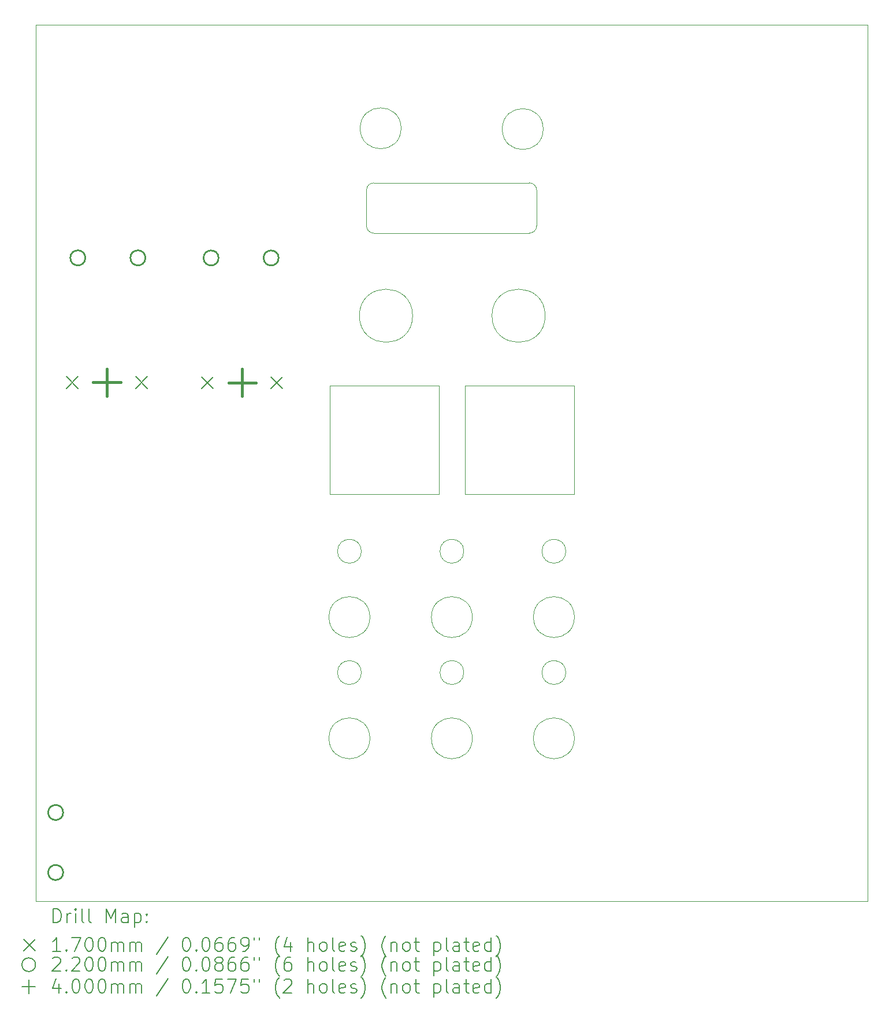
<source format=gbr>
%TF.GenerationSoftware,KiCad,Pcbnew,7.0.9*%
%TF.CreationDate,2023-11-30T21:37:07+01:00*%
%TF.ProjectId,euroPI-kicad_incl_555_clock,6575726f-5049-42d6-9b69-6361645f696e,rev?*%
%TF.SameCoordinates,Original*%
%TF.FileFunction,Drillmap*%
%TF.FilePolarity,Positive*%
%FSLAX45Y45*%
G04 Gerber Fmt 4.5, Leading zero omitted, Abs format (unit mm)*
G04 Created by KiCad (PCBNEW 7.0.9) date 2023-11-30 21:37:07*
%MOMM*%
%LPD*%
G01*
G04 APERTURE LIST*
%ADD10C,0.100000*%
%ADD11C,0.200000*%
%ADD12C,0.170000*%
%ADD13C,0.220000*%
%ADD14C,0.400000*%
G04 APERTURE END LIST*
D10*
X12899380Y-10261080D02*
G75*
G03*
X12899380Y-10261080I-175000J0D01*
G01*
X13024380Y-13005080D02*
G75*
G03*
X13024380Y-13005080I-300000J0D01*
G01*
X13081419Y-4858340D02*
G75*
G03*
X12974320Y-4965020I-209J-106890D01*
G01*
X16021580Y-13004800D02*
G75*
G03*
X16021580Y-13004800I-300000J0D01*
G01*
X12974320Y-5488521D02*
G75*
G03*
X13081000Y-5595620I106890J-209D01*
G01*
X16021580Y-11226800D02*
G75*
G03*
X16021580Y-11226800I-300000J0D01*
G01*
X14525520Y-11226800D02*
G75*
G03*
X14525520Y-11226800I-300000J0D01*
G01*
X14525520Y-13004800D02*
G75*
G03*
X14525520Y-13004800I-300000J0D01*
G01*
X8128000Y-2540000D02*
X20320000Y-2540000D01*
X20320000Y-15389860D01*
X8128000Y-15389860D01*
X8128000Y-2540000D01*
X13650320Y-6807200D02*
G75*
G03*
X13650320Y-6807200I-390000J0D01*
G01*
X13481580Y-4058400D02*
G75*
G03*
X13481580Y-4058400I-300000J0D01*
G01*
X15896580Y-12039600D02*
G75*
G03*
X15896580Y-12039600I-175000J0D01*
G01*
X12899380Y-12039880D02*
G75*
G03*
X12899380Y-12039880I-175000J0D01*
G01*
X15361501Y-5595830D02*
G75*
G03*
X15468600Y-5489150I209J106890D01*
G01*
X15593420Y-6807200D02*
G75*
G03*
X15593420Y-6807200I-390000J0D01*
G01*
X12974320Y-4965020D02*
X12974322Y-5488521D01*
X14400520Y-12039600D02*
G75*
G03*
X14400520Y-12039600I-175000J0D01*
G01*
X14414500Y-7835900D02*
X16014700Y-7835900D01*
X16014700Y-9423400D01*
X14414500Y-9423400D01*
X14414500Y-7835900D01*
X12433300Y-7835900D02*
X14033500Y-7835900D01*
X14033500Y-9423400D01*
X12433300Y-9423400D01*
X12433300Y-7835900D01*
X13081000Y-5595620D02*
X15361501Y-5595829D01*
X15896580Y-10260800D02*
G75*
G03*
X15896580Y-10260800I-175000J0D01*
G01*
X15468599Y-4965700D02*
G75*
G03*
X15361922Y-4858601I-106889J210D01*
G01*
X15564380Y-4069600D02*
G75*
G03*
X15564380Y-4069600I-300000J0D01*
G01*
X15468600Y-5489150D02*
X15468600Y-4965700D01*
X15361922Y-4858601D02*
X13081419Y-4858342D01*
X14400520Y-10260800D02*
G75*
G03*
X14400520Y-10260800I-175000J0D01*
G01*
X13024380Y-11227080D02*
G75*
G03*
X13024380Y-11227080I-300000J0D01*
G01*
D11*
D12*
X8576400Y-7701000D02*
X8746400Y-7871000D01*
X8746400Y-7701000D02*
X8576400Y-7871000D01*
X9592400Y-7701000D02*
X9762400Y-7871000D01*
X9762400Y-7701000D02*
X9592400Y-7871000D01*
X10560140Y-7703540D02*
X10730140Y-7873540D01*
X10730140Y-7703540D02*
X10560140Y-7873540D01*
X11576140Y-7703540D02*
X11746140Y-7873540D01*
X11746140Y-7703540D02*
X11576140Y-7873540D01*
D13*
X8528600Y-14092800D02*
G75*
G03*
X8528600Y-14092800I-110000J0D01*
G01*
X8528600Y-14972800D02*
G75*
G03*
X8528600Y-14972800I-110000J0D01*
G01*
X8853265Y-5958700D02*
G75*
G03*
X8853265Y-5958700I-110000J0D01*
G01*
X9733265Y-5958700D02*
G75*
G03*
X9733265Y-5958700I-110000J0D01*
G01*
X10805940Y-5959740D02*
G75*
G03*
X10805940Y-5959740I-110000J0D01*
G01*
X11685940Y-5959740D02*
G75*
G03*
X11685940Y-5959740I-110000J0D01*
G01*
D14*
X9169400Y-7586000D02*
X9169400Y-7986000D01*
X8969400Y-7786000D02*
X9369400Y-7786000D01*
X11153140Y-7588540D02*
X11153140Y-7988540D01*
X10953140Y-7788540D02*
X11353140Y-7788540D01*
D11*
X8383777Y-15706344D02*
X8383777Y-15506344D01*
X8383777Y-15506344D02*
X8431396Y-15506344D01*
X8431396Y-15506344D02*
X8459967Y-15515868D01*
X8459967Y-15515868D02*
X8479015Y-15534915D01*
X8479015Y-15534915D02*
X8488539Y-15553963D01*
X8488539Y-15553963D02*
X8498063Y-15592058D01*
X8498063Y-15592058D02*
X8498063Y-15620629D01*
X8498063Y-15620629D02*
X8488539Y-15658725D01*
X8488539Y-15658725D02*
X8479015Y-15677772D01*
X8479015Y-15677772D02*
X8459967Y-15696820D01*
X8459967Y-15696820D02*
X8431396Y-15706344D01*
X8431396Y-15706344D02*
X8383777Y-15706344D01*
X8583777Y-15706344D02*
X8583777Y-15573010D01*
X8583777Y-15611106D02*
X8593301Y-15592058D01*
X8593301Y-15592058D02*
X8602824Y-15582534D01*
X8602824Y-15582534D02*
X8621872Y-15573010D01*
X8621872Y-15573010D02*
X8640920Y-15573010D01*
X8707586Y-15706344D02*
X8707586Y-15573010D01*
X8707586Y-15506344D02*
X8698063Y-15515868D01*
X8698063Y-15515868D02*
X8707586Y-15525391D01*
X8707586Y-15525391D02*
X8717110Y-15515868D01*
X8717110Y-15515868D02*
X8707586Y-15506344D01*
X8707586Y-15506344D02*
X8707586Y-15525391D01*
X8831396Y-15706344D02*
X8812348Y-15696820D01*
X8812348Y-15696820D02*
X8802824Y-15677772D01*
X8802824Y-15677772D02*
X8802824Y-15506344D01*
X8936158Y-15706344D02*
X8917110Y-15696820D01*
X8917110Y-15696820D02*
X8907586Y-15677772D01*
X8907586Y-15677772D02*
X8907586Y-15506344D01*
X9164729Y-15706344D02*
X9164729Y-15506344D01*
X9164729Y-15506344D02*
X9231396Y-15649201D01*
X9231396Y-15649201D02*
X9298063Y-15506344D01*
X9298063Y-15506344D02*
X9298063Y-15706344D01*
X9479015Y-15706344D02*
X9479015Y-15601582D01*
X9479015Y-15601582D02*
X9469491Y-15582534D01*
X9469491Y-15582534D02*
X9450444Y-15573010D01*
X9450444Y-15573010D02*
X9412348Y-15573010D01*
X9412348Y-15573010D02*
X9393301Y-15582534D01*
X9479015Y-15696820D02*
X9459967Y-15706344D01*
X9459967Y-15706344D02*
X9412348Y-15706344D01*
X9412348Y-15706344D02*
X9393301Y-15696820D01*
X9393301Y-15696820D02*
X9383777Y-15677772D01*
X9383777Y-15677772D02*
X9383777Y-15658725D01*
X9383777Y-15658725D02*
X9393301Y-15639677D01*
X9393301Y-15639677D02*
X9412348Y-15630153D01*
X9412348Y-15630153D02*
X9459967Y-15630153D01*
X9459967Y-15630153D02*
X9479015Y-15620629D01*
X9574253Y-15573010D02*
X9574253Y-15773010D01*
X9574253Y-15582534D02*
X9593301Y-15573010D01*
X9593301Y-15573010D02*
X9631396Y-15573010D01*
X9631396Y-15573010D02*
X9650444Y-15582534D01*
X9650444Y-15582534D02*
X9659967Y-15592058D01*
X9659967Y-15592058D02*
X9669491Y-15611106D01*
X9669491Y-15611106D02*
X9669491Y-15668248D01*
X9669491Y-15668248D02*
X9659967Y-15687296D01*
X9659967Y-15687296D02*
X9650444Y-15696820D01*
X9650444Y-15696820D02*
X9631396Y-15706344D01*
X9631396Y-15706344D02*
X9593301Y-15706344D01*
X9593301Y-15706344D02*
X9574253Y-15696820D01*
X9755205Y-15687296D02*
X9764729Y-15696820D01*
X9764729Y-15696820D02*
X9755205Y-15706344D01*
X9755205Y-15706344D02*
X9745682Y-15696820D01*
X9745682Y-15696820D02*
X9755205Y-15687296D01*
X9755205Y-15687296D02*
X9755205Y-15706344D01*
X9755205Y-15582534D02*
X9764729Y-15592058D01*
X9764729Y-15592058D02*
X9755205Y-15601582D01*
X9755205Y-15601582D02*
X9745682Y-15592058D01*
X9745682Y-15592058D02*
X9755205Y-15582534D01*
X9755205Y-15582534D02*
X9755205Y-15601582D01*
D12*
X7953000Y-15949860D02*
X8123000Y-16119860D01*
X8123000Y-15949860D02*
X7953000Y-16119860D01*
D11*
X8488539Y-16126344D02*
X8374253Y-16126344D01*
X8431396Y-16126344D02*
X8431396Y-15926344D01*
X8431396Y-15926344D02*
X8412348Y-15954915D01*
X8412348Y-15954915D02*
X8393301Y-15973963D01*
X8393301Y-15973963D02*
X8374253Y-15983487D01*
X8574253Y-16107296D02*
X8583777Y-16116820D01*
X8583777Y-16116820D02*
X8574253Y-16126344D01*
X8574253Y-16126344D02*
X8564729Y-16116820D01*
X8564729Y-16116820D02*
X8574253Y-16107296D01*
X8574253Y-16107296D02*
X8574253Y-16126344D01*
X8650444Y-15926344D02*
X8783777Y-15926344D01*
X8783777Y-15926344D02*
X8698063Y-16126344D01*
X8898063Y-15926344D02*
X8917110Y-15926344D01*
X8917110Y-15926344D02*
X8936158Y-15935868D01*
X8936158Y-15935868D02*
X8945682Y-15945391D01*
X8945682Y-15945391D02*
X8955205Y-15964439D01*
X8955205Y-15964439D02*
X8964729Y-16002534D01*
X8964729Y-16002534D02*
X8964729Y-16050153D01*
X8964729Y-16050153D02*
X8955205Y-16088248D01*
X8955205Y-16088248D02*
X8945682Y-16107296D01*
X8945682Y-16107296D02*
X8936158Y-16116820D01*
X8936158Y-16116820D02*
X8917110Y-16126344D01*
X8917110Y-16126344D02*
X8898063Y-16126344D01*
X8898063Y-16126344D02*
X8879015Y-16116820D01*
X8879015Y-16116820D02*
X8869491Y-16107296D01*
X8869491Y-16107296D02*
X8859967Y-16088248D01*
X8859967Y-16088248D02*
X8850444Y-16050153D01*
X8850444Y-16050153D02*
X8850444Y-16002534D01*
X8850444Y-16002534D02*
X8859967Y-15964439D01*
X8859967Y-15964439D02*
X8869491Y-15945391D01*
X8869491Y-15945391D02*
X8879015Y-15935868D01*
X8879015Y-15935868D02*
X8898063Y-15926344D01*
X9088539Y-15926344D02*
X9107586Y-15926344D01*
X9107586Y-15926344D02*
X9126634Y-15935868D01*
X9126634Y-15935868D02*
X9136158Y-15945391D01*
X9136158Y-15945391D02*
X9145682Y-15964439D01*
X9145682Y-15964439D02*
X9155205Y-16002534D01*
X9155205Y-16002534D02*
X9155205Y-16050153D01*
X9155205Y-16050153D02*
X9145682Y-16088248D01*
X9145682Y-16088248D02*
X9136158Y-16107296D01*
X9136158Y-16107296D02*
X9126634Y-16116820D01*
X9126634Y-16116820D02*
X9107586Y-16126344D01*
X9107586Y-16126344D02*
X9088539Y-16126344D01*
X9088539Y-16126344D02*
X9069491Y-16116820D01*
X9069491Y-16116820D02*
X9059967Y-16107296D01*
X9059967Y-16107296D02*
X9050444Y-16088248D01*
X9050444Y-16088248D02*
X9040920Y-16050153D01*
X9040920Y-16050153D02*
X9040920Y-16002534D01*
X9040920Y-16002534D02*
X9050444Y-15964439D01*
X9050444Y-15964439D02*
X9059967Y-15945391D01*
X9059967Y-15945391D02*
X9069491Y-15935868D01*
X9069491Y-15935868D02*
X9088539Y-15926344D01*
X9240920Y-16126344D02*
X9240920Y-15993010D01*
X9240920Y-16012058D02*
X9250444Y-16002534D01*
X9250444Y-16002534D02*
X9269491Y-15993010D01*
X9269491Y-15993010D02*
X9298063Y-15993010D01*
X9298063Y-15993010D02*
X9317110Y-16002534D01*
X9317110Y-16002534D02*
X9326634Y-16021582D01*
X9326634Y-16021582D02*
X9326634Y-16126344D01*
X9326634Y-16021582D02*
X9336158Y-16002534D01*
X9336158Y-16002534D02*
X9355205Y-15993010D01*
X9355205Y-15993010D02*
X9383777Y-15993010D01*
X9383777Y-15993010D02*
X9402825Y-16002534D01*
X9402825Y-16002534D02*
X9412348Y-16021582D01*
X9412348Y-16021582D02*
X9412348Y-16126344D01*
X9507586Y-16126344D02*
X9507586Y-15993010D01*
X9507586Y-16012058D02*
X9517110Y-16002534D01*
X9517110Y-16002534D02*
X9536158Y-15993010D01*
X9536158Y-15993010D02*
X9564729Y-15993010D01*
X9564729Y-15993010D02*
X9583777Y-16002534D01*
X9583777Y-16002534D02*
X9593301Y-16021582D01*
X9593301Y-16021582D02*
X9593301Y-16126344D01*
X9593301Y-16021582D02*
X9602825Y-16002534D01*
X9602825Y-16002534D02*
X9621872Y-15993010D01*
X9621872Y-15993010D02*
X9650444Y-15993010D01*
X9650444Y-15993010D02*
X9669491Y-16002534D01*
X9669491Y-16002534D02*
X9679015Y-16021582D01*
X9679015Y-16021582D02*
X9679015Y-16126344D01*
X10069491Y-15916820D02*
X9898063Y-16173963D01*
X10326634Y-15926344D02*
X10345682Y-15926344D01*
X10345682Y-15926344D02*
X10364729Y-15935868D01*
X10364729Y-15935868D02*
X10374253Y-15945391D01*
X10374253Y-15945391D02*
X10383777Y-15964439D01*
X10383777Y-15964439D02*
X10393301Y-16002534D01*
X10393301Y-16002534D02*
X10393301Y-16050153D01*
X10393301Y-16050153D02*
X10383777Y-16088248D01*
X10383777Y-16088248D02*
X10374253Y-16107296D01*
X10374253Y-16107296D02*
X10364729Y-16116820D01*
X10364729Y-16116820D02*
X10345682Y-16126344D01*
X10345682Y-16126344D02*
X10326634Y-16126344D01*
X10326634Y-16126344D02*
X10307587Y-16116820D01*
X10307587Y-16116820D02*
X10298063Y-16107296D01*
X10298063Y-16107296D02*
X10288539Y-16088248D01*
X10288539Y-16088248D02*
X10279015Y-16050153D01*
X10279015Y-16050153D02*
X10279015Y-16002534D01*
X10279015Y-16002534D02*
X10288539Y-15964439D01*
X10288539Y-15964439D02*
X10298063Y-15945391D01*
X10298063Y-15945391D02*
X10307587Y-15935868D01*
X10307587Y-15935868D02*
X10326634Y-15926344D01*
X10479015Y-16107296D02*
X10488539Y-16116820D01*
X10488539Y-16116820D02*
X10479015Y-16126344D01*
X10479015Y-16126344D02*
X10469491Y-16116820D01*
X10469491Y-16116820D02*
X10479015Y-16107296D01*
X10479015Y-16107296D02*
X10479015Y-16126344D01*
X10612348Y-15926344D02*
X10631396Y-15926344D01*
X10631396Y-15926344D02*
X10650444Y-15935868D01*
X10650444Y-15935868D02*
X10659968Y-15945391D01*
X10659968Y-15945391D02*
X10669491Y-15964439D01*
X10669491Y-15964439D02*
X10679015Y-16002534D01*
X10679015Y-16002534D02*
X10679015Y-16050153D01*
X10679015Y-16050153D02*
X10669491Y-16088248D01*
X10669491Y-16088248D02*
X10659968Y-16107296D01*
X10659968Y-16107296D02*
X10650444Y-16116820D01*
X10650444Y-16116820D02*
X10631396Y-16126344D01*
X10631396Y-16126344D02*
X10612348Y-16126344D01*
X10612348Y-16126344D02*
X10593301Y-16116820D01*
X10593301Y-16116820D02*
X10583777Y-16107296D01*
X10583777Y-16107296D02*
X10574253Y-16088248D01*
X10574253Y-16088248D02*
X10564729Y-16050153D01*
X10564729Y-16050153D02*
X10564729Y-16002534D01*
X10564729Y-16002534D02*
X10574253Y-15964439D01*
X10574253Y-15964439D02*
X10583777Y-15945391D01*
X10583777Y-15945391D02*
X10593301Y-15935868D01*
X10593301Y-15935868D02*
X10612348Y-15926344D01*
X10850444Y-15926344D02*
X10812348Y-15926344D01*
X10812348Y-15926344D02*
X10793301Y-15935868D01*
X10793301Y-15935868D02*
X10783777Y-15945391D01*
X10783777Y-15945391D02*
X10764729Y-15973963D01*
X10764729Y-15973963D02*
X10755206Y-16012058D01*
X10755206Y-16012058D02*
X10755206Y-16088248D01*
X10755206Y-16088248D02*
X10764729Y-16107296D01*
X10764729Y-16107296D02*
X10774253Y-16116820D01*
X10774253Y-16116820D02*
X10793301Y-16126344D01*
X10793301Y-16126344D02*
X10831396Y-16126344D01*
X10831396Y-16126344D02*
X10850444Y-16116820D01*
X10850444Y-16116820D02*
X10859968Y-16107296D01*
X10859968Y-16107296D02*
X10869491Y-16088248D01*
X10869491Y-16088248D02*
X10869491Y-16040629D01*
X10869491Y-16040629D02*
X10859968Y-16021582D01*
X10859968Y-16021582D02*
X10850444Y-16012058D01*
X10850444Y-16012058D02*
X10831396Y-16002534D01*
X10831396Y-16002534D02*
X10793301Y-16002534D01*
X10793301Y-16002534D02*
X10774253Y-16012058D01*
X10774253Y-16012058D02*
X10764729Y-16021582D01*
X10764729Y-16021582D02*
X10755206Y-16040629D01*
X11040920Y-15926344D02*
X11002825Y-15926344D01*
X11002825Y-15926344D02*
X10983777Y-15935868D01*
X10983777Y-15935868D02*
X10974253Y-15945391D01*
X10974253Y-15945391D02*
X10955206Y-15973963D01*
X10955206Y-15973963D02*
X10945682Y-16012058D01*
X10945682Y-16012058D02*
X10945682Y-16088248D01*
X10945682Y-16088248D02*
X10955206Y-16107296D01*
X10955206Y-16107296D02*
X10964729Y-16116820D01*
X10964729Y-16116820D02*
X10983777Y-16126344D01*
X10983777Y-16126344D02*
X11021872Y-16126344D01*
X11021872Y-16126344D02*
X11040920Y-16116820D01*
X11040920Y-16116820D02*
X11050444Y-16107296D01*
X11050444Y-16107296D02*
X11059968Y-16088248D01*
X11059968Y-16088248D02*
X11059968Y-16040629D01*
X11059968Y-16040629D02*
X11050444Y-16021582D01*
X11050444Y-16021582D02*
X11040920Y-16012058D01*
X11040920Y-16012058D02*
X11021872Y-16002534D01*
X11021872Y-16002534D02*
X10983777Y-16002534D01*
X10983777Y-16002534D02*
X10964729Y-16012058D01*
X10964729Y-16012058D02*
X10955206Y-16021582D01*
X10955206Y-16021582D02*
X10945682Y-16040629D01*
X11155206Y-16126344D02*
X11193301Y-16126344D01*
X11193301Y-16126344D02*
X11212348Y-16116820D01*
X11212348Y-16116820D02*
X11221872Y-16107296D01*
X11221872Y-16107296D02*
X11240920Y-16078725D01*
X11240920Y-16078725D02*
X11250444Y-16040629D01*
X11250444Y-16040629D02*
X11250444Y-15964439D01*
X11250444Y-15964439D02*
X11240920Y-15945391D01*
X11240920Y-15945391D02*
X11231396Y-15935868D01*
X11231396Y-15935868D02*
X11212348Y-15926344D01*
X11212348Y-15926344D02*
X11174253Y-15926344D01*
X11174253Y-15926344D02*
X11155206Y-15935868D01*
X11155206Y-15935868D02*
X11145682Y-15945391D01*
X11145682Y-15945391D02*
X11136158Y-15964439D01*
X11136158Y-15964439D02*
X11136158Y-16012058D01*
X11136158Y-16012058D02*
X11145682Y-16031106D01*
X11145682Y-16031106D02*
X11155206Y-16040629D01*
X11155206Y-16040629D02*
X11174253Y-16050153D01*
X11174253Y-16050153D02*
X11212348Y-16050153D01*
X11212348Y-16050153D02*
X11231396Y-16040629D01*
X11231396Y-16040629D02*
X11240920Y-16031106D01*
X11240920Y-16031106D02*
X11250444Y-16012058D01*
X11326634Y-15926344D02*
X11326634Y-15964439D01*
X11402825Y-15926344D02*
X11402825Y-15964439D01*
X11698063Y-16202534D02*
X11688539Y-16193010D01*
X11688539Y-16193010D02*
X11669491Y-16164439D01*
X11669491Y-16164439D02*
X11659968Y-16145391D01*
X11659968Y-16145391D02*
X11650444Y-16116820D01*
X11650444Y-16116820D02*
X11640920Y-16069201D01*
X11640920Y-16069201D02*
X11640920Y-16031106D01*
X11640920Y-16031106D02*
X11650444Y-15983487D01*
X11650444Y-15983487D02*
X11659968Y-15954915D01*
X11659968Y-15954915D02*
X11669491Y-15935868D01*
X11669491Y-15935868D02*
X11688539Y-15907296D01*
X11688539Y-15907296D02*
X11698063Y-15897772D01*
X11859968Y-15993010D02*
X11859968Y-16126344D01*
X11812348Y-15916820D02*
X11764729Y-16059677D01*
X11764729Y-16059677D02*
X11888539Y-16059677D01*
X12117110Y-16126344D02*
X12117110Y-15926344D01*
X12202825Y-16126344D02*
X12202825Y-16021582D01*
X12202825Y-16021582D02*
X12193301Y-16002534D01*
X12193301Y-16002534D02*
X12174253Y-15993010D01*
X12174253Y-15993010D02*
X12145682Y-15993010D01*
X12145682Y-15993010D02*
X12126634Y-16002534D01*
X12126634Y-16002534D02*
X12117110Y-16012058D01*
X12326634Y-16126344D02*
X12307587Y-16116820D01*
X12307587Y-16116820D02*
X12298063Y-16107296D01*
X12298063Y-16107296D02*
X12288539Y-16088248D01*
X12288539Y-16088248D02*
X12288539Y-16031106D01*
X12288539Y-16031106D02*
X12298063Y-16012058D01*
X12298063Y-16012058D02*
X12307587Y-16002534D01*
X12307587Y-16002534D02*
X12326634Y-15993010D01*
X12326634Y-15993010D02*
X12355206Y-15993010D01*
X12355206Y-15993010D02*
X12374253Y-16002534D01*
X12374253Y-16002534D02*
X12383777Y-16012058D01*
X12383777Y-16012058D02*
X12393301Y-16031106D01*
X12393301Y-16031106D02*
X12393301Y-16088248D01*
X12393301Y-16088248D02*
X12383777Y-16107296D01*
X12383777Y-16107296D02*
X12374253Y-16116820D01*
X12374253Y-16116820D02*
X12355206Y-16126344D01*
X12355206Y-16126344D02*
X12326634Y-16126344D01*
X12507587Y-16126344D02*
X12488539Y-16116820D01*
X12488539Y-16116820D02*
X12479015Y-16097772D01*
X12479015Y-16097772D02*
X12479015Y-15926344D01*
X12659968Y-16116820D02*
X12640920Y-16126344D01*
X12640920Y-16126344D02*
X12602825Y-16126344D01*
X12602825Y-16126344D02*
X12583777Y-16116820D01*
X12583777Y-16116820D02*
X12574253Y-16097772D01*
X12574253Y-16097772D02*
X12574253Y-16021582D01*
X12574253Y-16021582D02*
X12583777Y-16002534D01*
X12583777Y-16002534D02*
X12602825Y-15993010D01*
X12602825Y-15993010D02*
X12640920Y-15993010D01*
X12640920Y-15993010D02*
X12659968Y-16002534D01*
X12659968Y-16002534D02*
X12669491Y-16021582D01*
X12669491Y-16021582D02*
X12669491Y-16040629D01*
X12669491Y-16040629D02*
X12574253Y-16059677D01*
X12745682Y-16116820D02*
X12764730Y-16126344D01*
X12764730Y-16126344D02*
X12802825Y-16126344D01*
X12802825Y-16126344D02*
X12821872Y-16116820D01*
X12821872Y-16116820D02*
X12831396Y-16097772D01*
X12831396Y-16097772D02*
X12831396Y-16088248D01*
X12831396Y-16088248D02*
X12821872Y-16069201D01*
X12821872Y-16069201D02*
X12802825Y-16059677D01*
X12802825Y-16059677D02*
X12774253Y-16059677D01*
X12774253Y-16059677D02*
X12755206Y-16050153D01*
X12755206Y-16050153D02*
X12745682Y-16031106D01*
X12745682Y-16031106D02*
X12745682Y-16021582D01*
X12745682Y-16021582D02*
X12755206Y-16002534D01*
X12755206Y-16002534D02*
X12774253Y-15993010D01*
X12774253Y-15993010D02*
X12802825Y-15993010D01*
X12802825Y-15993010D02*
X12821872Y-16002534D01*
X12898063Y-16202534D02*
X12907587Y-16193010D01*
X12907587Y-16193010D02*
X12926634Y-16164439D01*
X12926634Y-16164439D02*
X12936158Y-16145391D01*
X12936158Y-16145391D02*
X12945682Y-16116820D01*
X12945682Y-16116820D02*
X12955206Y-16069201D01*
X12955206Y-16069201D02*
X12955206Y-16031106D01*
X12955206Y-16031106D02*
X12945682Y-15983487D01*
X12945682Y-15983487D02*
X12936158Y-15954915D01*
X12936158Y-15954915D02*
X12926634Y-15935868D01*
X12926634Y-15935868D02*
X12907587Y-15907296D01*
X12907587Y-15907296D02*
X12898063Y-15897772D01*
X13259968Y-16202534D02*
X13250444Y-16193010D01*
X13250444Y-16193010D02*
X13231396Y-16164439D01*
X13231396Y-16164439D02*
X13221872Y-16145391D01*
X13221872Y-16145391D02*
X13212349Y-16116820D01*
X13212349Y-16116820D02*
X13202825Y-16069201D01*
X13202825Y-16069201D02*
X13202825Y-16031106D01*
X13202825Y-16031106D02*
X13212349Y-15983487D01*
X13212349Y-15983487D02*
X13221872Y-15954915D01*
X13221872Y-15954915D02*
X13231396Y-15935868D01*
X13231396Y-15935868D02*
X13250444Y-15907296D01*
X13250444Y-15907296D02*
X13259968Y-15897772D01*
X13336158Y-15993010D02*
X13336158Y-16126344D01*
X13336158Y-16012058D02*
X13345682Y-16002534D01*
X13345682Y-16002534D02*
X13364730Y-15993010D01*
X13364730Y-15993010D02*
X13393301Y-15993010D01*
X13393301Y-15993010D02*
X13412349Y-16002534D01*
X13412349Y-16002534D02*
X13421872Y-16021582D01*
X13421872Y-16021582D02*
X13421872Y-16126344D01*
X13545682Y-16126344D02*
X13526634Y-16116820D01*
X13526634Y-16116820D02*
X13517111Y-16107296D01*
X13517111Y-16107296D02*
X13507587Y-16088248D01*
X13507587Y-16088248D02*
X13507587Y-16031106D01*
X13507587Y-16031106D02*
X13517111Y-16012058D01*
X13517111Y-16012058D02*
X13526634Y-16002534D01*
X13526634Y-16002534D02*
X13545682Y-15993010D01*
X13545682Y-15993010D02*
X13574253Y-15993010D01*
X13574253Y-15993010D02*
X13593301Y-16002534D01*
X13593301Y-16002534D02*
X13602825Y-16012058D01*
X13602825Y-16012058D02*
X13612349Y-16031106D01*
X13612349Y-16031106D02*
X13612349Y-16088248D01*
X13612349Y-16088248D02*
X13602825Y-16107296D01*
X13602825Y-16107296D02*
X13593301Y-16116820D01*
X13593301Y-16116820D02*
X13574253Y-16126344D01*
X13574253Y-16126344D02*
X13545682Y-16126344D01*
X13669492Y-15993010D02*
X13745682Y-15993010D01*
X13698063Y-15926344D02*
X13698063Y-16097772D01*
X13698063Y-16097772D02*
X13707587Y-16116820D01*
X13707587Y-16116820D02*
X13726634Y-16126344D01*
X13726634Y-16126344D02*
X13745682Y-16126344D01*
X13964730Y-15993010D02*
X13964730Y-16193010D01*
X13964730Y-16002534D02*
X13983777Y-15993010D01*
X13983777Y-15993010D02*
X14021873Y-15993010D01*
X14021873Y-15993010D02*
X14040920Y-16002534D01*
X14040920Y-16002534D02*
X14050444Y-16012058D01*
X14050444Y-16012058D02*
X14059968Y-16031106D01*
X14059968Y-16031106D02*
X14059968Y-16088248D01*
X14059968Y-16088248D02*
X14050444Y-16107296D01*
X14050444Y-16107296D02*
X14040920Y-16116820D01*
X14040920Y-16116820D02*
X14021873Y-16126344D01*
X14021873Y-16126344D02*
X13983777Y-16126344D01*
X13983777Y-16126344D02*
X13964730Y-16116820D01*
X14174253Y-16126344D02*
X14155206Y-16116820D01*
X14155206Y-16116820D02*
X14145682Y-16097772D01*
X14145682Y-16097772D02*
X14145682Y-15926344D01*
X14336158Y-16126344D02*
X14336158Y-16021582D01*
X14336158Y-16021582D02*
X14326634Y-16002534D01*
X14326634Y-16002534D02*
X14307587Y-15993010D01*
X14307587Y-15993010D02*
X14269492Y-15993010D01*
X14269492Y-15993010D02*
X14250444Y-16002534D01*
X14336158Y-16116820D02*
X14317111Y-16126344D01*
X14317111Y-16126344D02*
X14269492Y-16126344D01*
X14269492Y-16126344D02*
X14250444Y-16116820D01*
X14250444Y-16116820D02*
X14240920Y-16097772D01*
X14240920Y-16097772D02*
X14240920Y-16078725D01*
X14240920Y-16078725D02*
X14250444Y-16059677D01*
X14250444Y-16059677D02*
X14269492Y-16050153D01*
X14269492Y-16050153D02*
X14317111Y-16050153D01*
X14317111Y-16050153D02*
X14336158Y-16040629D01*
X14402825Y-15993010D02*
X14479015Y-15993010D01*
X14431396Y-15926344D02*
X14431396Y-16097772D01*
X14431396Y-16097772D02*
X14440920Y-16116820D01*
X14440920Y-16116820D02*
X14459968Y-16126344D01*
X14459968Y-16126344D02*
X14479015Y-16126344D01*
X14621873Y-16116820D02*
X14602825Y-16126344D01*
X14602825Y-16126344D02*
X14564730Y-16126344D01*
X14564730Y-16126344D02*
X14545682Y-16116820D01*
X14545682Y-16116820D02*
X14536158Y-16097772D01*
X14536158Y-16097772D02*
X14536158Y-16021582D01*
X14536158Y-16021582D02*
X14545682Y-16002534D01*
X14545682Y-16002534D02*
X14564730Y-15993010D01*
X14564730Y-15993010D02*
X14602825Y-15993010D01*
X14602825Y-15993010D02*
X14621873Y-16002534D01*
X14621873Y-16002534D02*
X14631396Y-16021582D01*
X14631396Y-16021582D02*
X14631396Y-16040629D01*
X14631396Y-16040629D02*
X14536158Y-16059677D01*
X14802825Y-16126344D02*
X14802825Y-15926344D01*
X14802825Y-16116820D02*
X14783777Y-16126344D01*
X14783777Y-16126344D02*
X14745682Y-16126344D01*
X14745682Y-16126344D02*
X14726634Y-16116820D01*
X14726634Y-16116820D02*
X14717111Y-16107296D01*
X14717111Y-16107296D02*
X14707587Y-16088248D01*
X14707587Y-16088248D02*
X14707587Y-16031106D01*
X14707587Y-16031106D02*
X14717111Y-16012058D01*
X14717111Y-16012058D02*
X14726634Y-16002534D01*
X14726634Y-16002534D02*
X14745682Y-15993010D01*
X14745682Y-15993010D02*
X14783777Y-15993010D01*
X14783777Y-15993010D02*
X14802825Y-16002534D01*
X14879015Y-16202534D02*
X14888539Y-16193010D01*
X14888539Y-16193010D02*
X14907587Y-16164439D01*
X14907587Y-16164439D02*
X14917111Y-16145391D01*
X14917111Y-16145391D02*
X14926634Y-16116820D01*
X14926634Y-16116820D02*
X14936158Y-16069201D01*
X14936158Y-16069201D02*
X14936158Y-16031106D01*
X14936158Y-16031106D02*
X14926634Y-15983487D01*
X14926634Y-15983487D02*
X14917111Y-15954915D01*
X14917111Y-15954915D02*
X14907587Y-15935868D01*
X14907587Y-15935868D02*
X14888539Y-15907296D01*
X14888539Y-15907296D02*
X14879015Y-15897772D01*
X8123000Y-16324860D02*
G75*
G03*
X8123000Y-16324860I-100000J0D01*
G01*
X8374253Y-16235391D02*
X8383777Y-16225868D01*
X8383777Y-16225868D02*
X8402824Y-16216344D01*
X8402824Y-16216344D02*
X8450444Y-16216344D01*
X8450444Y-16216344D02*
X8469491Y-16225868D01*
X8469491Y-16225868D02*
X8479015Y-16235391D01*
X8479015Y-16235391D02*
X8488539Y-16254439D01*
X8488539Y-16254439D02*
X8488539Y-16273487D01*
X8488539Y-16273487D02*
X8479015Y-16302058D01*
X8479015Y-16302058D02*
X8364729Y-16416344D01*
X8364729Y-16416344D02*
X8488539Y-16416344D01*
X8574253Y-16397296D02*
X8583777Y-16406820D01*
X8583777Y-16406820D02*
X8574253Y-16416344D01*
X8574253Y-16416344D02*
X8564729Y-16406820D01*
X8564729Y-16406820D02*
X8574253Y-16397296D01*
X8574253Y-16397296D02*
X8574253Y-16416344D01*
X8659967Y-16235391D02*
X8669491Y-16225868D01*
X8669491Y-16225868D02*
X8688539Y-16216344D01*
X8688539Y-16216344D02*
X8736158Y-16216344D01*
X8736158Y-16216344D02*
X8755205Y-16225868D01*
X8755205Y-16225868D02*
X8764729Y-16235391D01*
X8764729Y-16235391D02*
X8774253Y-16254439D01*
X8774253Y-16254439D02*
X8774253Y-16273487D01*
X8774253Y-16273487D02*
X8764729Y-16302058D01*
X8764729Y-16302058D02*
X8650444Y-16416344D01*
X8650444Y-16416344D02*
X8774253Y-16416344D01*
X8898063Y-16216344D02*
X8917110Y-16216344D01*
X8917110Y-16216344D02*
X8936158Y-16225868D01*
X8936158Y-16225868D02*
X8945682Y-16235391D01*
X8945682Y-16235391D02*
X8955205Y-16254439D01*
X8955205Y-16254439D02*
X8964729Y-16292534D01*
X8964729Y-16292534D02*
X8964729Y-16340153D01*
X8964729Y-16340153D02*
X8955205Y-16378248D01*
X8955205Y-16378248D02*
X8945682Y-16397296D01*
X8945682Y-16397296D02*
X8936158Y-16406820D01*
X8936158Y-16406820D02*
X8917110Y-16416344D01*
X8917110Y-16416344D02*
X8898063Y-16416344D01*
X8898063Y-16416344D02*
X8879015Y-16406820D01*
X8879015Y-16406820D02*
X8869491Y-16397296D01*
X8869491Y-16397296D02*
X8859967Y-16378248D01*
X8859967Y-16378248D02*
X8850444Y-16340153D01*
X8850444Y-16340153D02*
X8850444Y-16292534D01*
X8850444Y-16292534D02*
X8859967Y-16254439D01*
X8859967Y-16254439D02*
X8869491Y-16235391D01*
X8869491Y-16235391D02*
X8879015Y-16225868D01*
X8879015Y-16225868D02*
X8898063Y-16216344D01*
X9088539Y-16216344D02*
X9107586Y-16216344D01*
X9107586Y-16216344D02*
X9126634Y-16225868D01*
X9126634Y-16225868D02*
X9136158Y-16235391D01*
X9136158Y-16235391D02*
X9145682Y-16254439D01*
X9145682Y-16254439D02*
X9155205Y-16292534D01*
X9155205Y-16292534D02*
X9155205Y-16340153D01*
X9155205Y-16340153D02*
X9145682Y-16378248D01*
X9145682Y-16378248D02*
X9136158Y-16397296D01*
X9136158Y-16397296D02*
X9126634Y-16406820D01*
X9126634Y-16406820D02*
X9107586Y-16416344D01*
X9107586Y-16416344D02*
X9088539Y-16416344D01*
X9088539Y-16416344D02*
X9069491Y-16406820D01*
X9069491Y-16406820D02*
X9059967Y-16397296D01*
X9059967Y-16397296D02*
X9050444Y-16378248D01*
X9050444Y-16378248D02*
X9040920Y-16340153D01*
X9040920Y-16340153D02*
X9040920Y-16292534D01*
X9040920Y-16292534D02*
X9050444Y-16254439D01*
X9050444Y-16254439D02*
X9059967Y-16235391D01*
X9059967Y-16235391D02*
X9069491Y-16225868D01*
X9069491Y-16225868D02*
X9088539Y-16216344D01*
X9240920Y-16416344D02*
X9240920Y-16283010D01*
X9240920Y-16302058D02*
X9250444Y-16292534D01*
X9250444Y-16292534D02*
X9269491Y-16283010D01*
X9269491Y-16283010D02*
X9298063Y-16283010D01*
X9298063Y-16283010D02*
X9317110Y-16292534D01*
X9317110Y-16292534D02*
X9326634Y-16311582D01*
X9326634Y-16311582D02*
X9326634Y-16416344D01*
X9326634Y-16311582D02*
X9336158Y-16292534D01*
X9336158Y-16292534D02*
X9355205Y-16283010D01*
X9355205Y-16283010D02*
X9383777Y-16283010D01*
X9383777Y-16283010D02*
X9402825Y-16292534D01*
X9402825Y-16292534D02*
X9412348Y-16311582D01*
X9412348Y-16311582D02*
X9412348Y-16416344D01*
X9507586Y-16416344D02*
X9507586Y-16283010D01*
X9507586Y-16302058D02*
X9517110Y-16292534D01*
X9517110Y-16292534D02*
X9536158Y-16283010D01*
X9536158Y-16283010D02*
X9564729Y-16283010D01*
X9564729Y-16283010D02*
X9583777Y-16292534D01*
X9583777Y-16292534D02*
X9593301Y-16311582D01*
X9593301Y-16311582D02*
X9593301Y-16416344D01*
X9593301Y-16311582D02*
X9602825Y-16292534D01*
X9602825Y-16292534D02*
X9621872Y-16283010D01*
X9621872Y-16283010D02*
X9650444Y-16283010D01*
X9650444Y-16283010D02*
X9669491Y-16292534D01*
X9669491Y-16292534D02*
X9679015Y-16311582D01*
X9679015Y-16311582D02*
X9679015Y-16416344D01*
X10069491Y-16206820D02*
X9898063Y-16463963D01*
X10326634Y-16216344D02*
X10345682Y-16216344D01*
X10345682Y-16216344D02*
X10364729Y-16225868D01*
X10364729Y-16225868D02*
X10374253Y-16235391D01*
X10374253Y-16235391D02*
X10383777Y-16254439D01*
X10383777Y-16254439D02*
X10393301Y-16292534D01*
X10393301Y-16292534D02*
X10393301Y-16340153D01*
X10393301Y-16340153D02*
X10383777Y-16378248D01*
X10383777Y-16378248D02*
X10374253Y-16397296D01*
X10374253Y-16397296D02*
X10364729Y-16406820D01*
X10364729Y-16406820D02*
X10345682Y-16416344D01*
X10345682Y-16416344D02*
X10326634Y-16416344D01*
X10326634Y-16416344D02*
X10307587Y-16406820D01*
X10307587Y-16406820D02*
X10298063Y-16397296D01*
X10298063Y-16397296D02*
X10288539Y-16378248D01*
X10288539Y-16378248D02*
X10279015Y-16340153D01*
X10279015Y-16340153D02*
X10279015Y-16292534D01*
X10279015Y-16292534D02*
X10288539Y-16254439D01*
X10288539Y-16254439D02*
X10298063Y-16235391D01*
X10298063Y-16235391D02*
X10307587Y-16225868D01*
X10307587Y-16225868D02*
X10326634Y-16216344D01*
X10479015Y-16397296D02*
X10488539Y-16406820D01*
X10488539Y-16406820D02*
X10479015Y-16416344D01*
X10479015Y-16416344D02*
X10469491Y-16406820D01*
X10469491Y-16406820D02*
X10479015Y-16397296D01*
X10479015Y-16397296D02*
X10479015Y-16416344D01*
X10612348Y-16216344D02*
X10631396Y-16216344D01*
X10631396Y-16216344D02*
X10650444Y-16225868D01*
X10650444Y-16225868D02*
X10659968Y-16235391D01*
X10659968Y-16235391D02*
X10669491Y-16254439D01*
X10669491Y-16254439D02*
X10679015Y-16292534D01*
X10679015Y-16292534D02*
X10679015Y-16340153D01*
X10679015Y-16340153D02*
X10669491Y-16378248D01*
X10669491Y-16378248D02*
X10659968Y-16397296D01*
X10659968Y-16397296D02*
X10650444Y-16406820D01*
X10650444Y-16406820D02*
X10631396Y-16416344D01*
X10631396Y-16416344D02*
X10612348Y-16416344D01*
X10612348Y-16416344D02*
X10593301Y-16406820D01*
X10593301Y-16406820D02*
X10583777Y-16397296D01*
X10583777Y-16397296D02*
X10574253Y-16378248D01*
X10574253Y-16378248D02*
X10564729Y-16340153D01*
X10564729Y-16340153D02*
X10564729Y-16292534D01*
X10564729Y-16292534D02*
X10574253Y-16254439D01*
X10574253Y-16254439D02*
X10583777Y-16235391D01*
X10583777Y-16235391D02*
X10593301Y-16225868D01*
X10593301Y-16225868D02*
X10612348Y-16216344D01*
X10793301Y-16302058D02*
X10774253Y-16292534D01*
X10774253Y-16292534D02*
X10764729Y-16283010D01*
X10764729Y-16283010D02*
X10755206Y-16263963D01*
X10755206Y-16263963D02*
X10755206Y-16254439D01*
X10755206Y-16254439D02*
X10764729Y-16235391D01*
X10764729Y-16235391D02*
X10774253Y-16225868D01*
X10774253Y-16225868D02*
X10793301Y-16216344D01*
X10793301Y-16216344D02*
X10831396Y-16216344D01*
X10831396Y-16216344D02*
X10850444Y-16225868D01*
X10850444Y-16225868D02*
X10859968Y-16235391D01*
X10859968Y-16235391D02*
X10869491Y-16254439D01*
X10869491Y-16254439D02*
X10869491Y-16263963D01*
X10869491Y-16263963D02*
X10859968Y-16283010D01*
X10859968Y-16283010D02*
X10850444Y-16292534D01*
X10850444Y-16292534D02*
X10831396Y-16302058D01*
X10831396Y-16302058D02*
X10793301Y-16302058D01*
X10793301Y-16302058D02*
X10774253Y-16311582D01*
X10774253Y-16311582D02*
X10764729Y-16321106D01*
X10764729Y-16321106D02*
X10755206Y-16340153D01*
X10755206Y-16340153D02*
X10755206Y-16378248D01*
X10755206Y-16378248D02*
X10764729Y-16397296D01*
X10764729Y-16397296D02*
X10774253Y-16406820D01*
X10774253Y-16406820D02*
X10793301Y-16416344D01*
X10793301Y-16416344D02*
X10831396Y-16416344D01*
X10831396Y-16416344D02*
X10850444Y-16406820D01*
X10850444Y-16406820D02*
X10859968Y-16397296D01*
X10859968Y-16397296D02*
X10869491Y-16378248D01*
X10869491Y-16378248D02*
X10869491Y-16340153D01*
X10869491Y-16340153D02*
X10859968Y-16321106D01*
X10859968Y-16321106D02*
X10850444Y-16311582D01*
X10850444Y-16311582D02*
X10831396Y-16302058D01*
X11040920Y-16216344D02*
X11002825Y-16216344D01*
X11002825Y-16216344D02*
X10983777Y-16225868D01*
X10983777Y-16225868D02*
X10974253Y-16235391D01*
X10974253Y-16235391D02*
X10955206Y-16263963D01*
X10955206Y-16263963D02*
X10945682Y-16302058D01*
X10945682Y-16302058D02*
X10945682Y-16378248D01*
X10945682Y-16378248D02*
X10955206Y-16397296D01*
X10955206Y-16397296D02*
X10964729Y-16406820D01*
X10964729Y-16406820D02*
X10983777Y-16416344D01*
X10983777Y-16416344D02*
X11021872Y-16416344D01*
X11021872Y-16416344D02*
X11040920Y-16406820D01*
X11040920Y-16406820D02*
X11050444Y-16397296D01*
X11050444Y-16397296D02*
X11059968Y-16378248D01*
X11059968Y-16378248D02*
X11059968Y-16330629D01*
X11059968Y-16330629D02*
X11050444Y-16311582D01*
X11050444Y-16311582D02*
X11040920Y-16302058D01*
X11040920Y-16302058D02*
X11021872Y-16292534D01*
X11021872Y-16292534D02*
X10983777Y-16292534D01*
X10983777Y-16292534D02*
X10964729Y-16302058D01*
X10964729Y-16302058D02*
X10955206Y-16311582D01*
X10955206Y-16311582D02*
X10945682Y-16330629D01*
X11231396Y-16216344D02*
X11193301Y-16216344D01*
X11193301Y-16216344D02*
X11174253Y-16225868D01*
X11174253Y-16225868D02*
X11164729Y-16235391D01*
X11164729Y-16235391D02*
X11145682Y-16263963D01*
X11145682Y-16263963D02*
X11136158Y-16302058D01*
X11136158Y-16302058D02*
X11136158Y-16378248D01*
X11136158Y-16378248D02*
X11145682Y-16397296D01*
X11145682Y-16397296D02*
X11155206Y-16406820D01*
X11155206Y-16406820D02*
X11174253Y-16416344D01*
X11174253Y-16416344D02*
X11212348Y-16416344D01*
X11212348Y-16416344D02*
X11231396Y-16406820D01*
X11231396Y-16406820D02*
X11240920Y-16397296D01*
X11240920Y-16397296D02*
X11250444Y-16378248D01*
X11250444Y-16378248D02*
X11250444Y-16330629D01*
X11250444Y-16330629D02*
X11240920Y-16311582D01*
X11240920Y-16311582D02*
X11231396Y-16302058D01*
X11231396Y-16302058D02*
X11212348Y-16292534D01*
X11212348Y-16292534D02*
X11174253Y-16292534D01*
X11174253Y-16292534D02*
X11155206Y-16302058D01*
X11155206Y-16302058D02*
X11145682Y-16311582D01*
X11145682Y-16311582D02*
X11136158Y-16330629D01*
X11326634Y-16216344D02*
X11326634Y-16254439D01*
X11402825Y-16216344D02*
X11402825Y-16254439D01*
X11698063Y-16492534D02*
X11688539Y-16483010D01*
X11688539Y-16483010D02*
X11669491Y-16454439D01*
X11669491Y-16454439D02*
X11659968Y-16435391D01*
X11659968Y-16435391D02*
X11650444Y-16406820D01*
X11650444Y-16406820D02*
X11640920Y-16359201D01*
X11640920Y-16359201D02*
X11640920Y-16321106D01*
X11640920Y-16321106D02*
X11650444Y-16273487D01*
X11650444Y-16273487D02*
X11659968Y-16244915D01*
X11659968Y-16244915D02*
X11669491Y-16225868D01*
X11669491Y-16225868D02*
X11688539Y-16197296D01*
X11688539Y-16197296D02*
X11698063Y-16187772D01*
X11859968Y-16216344D02*
X11821872Y-16216344D01*
X11821872Y-16216344D02*
X11802825Y-16225868D01*
X11802825Y-16225868D02*
X11793301Y-16235391D01*
X11793301Y-16235391D02*
X11774253Y-16263963D01*
X11774253Y-16263963D02*
X11764729Y-16302058D01*
X11764729Y-16302058D02*
X11764729Y-16378248D01*
X11764729Y-16378248D02*
X11774253Y-16397296D01*
X11774253Y-16397296D02*
X11783777Y-16406820D01*
X11783777Y-16406820D02*
X11802825Y-16416344D01*
X11802825Y-16416344D02*
X11840920Y-16416344D01*
X11840920Y-16416344D02*
X11859968Y-16406820D01*
X11859968Y-16406820D02*
X11869491Y-16397296D01*
X11869491Y-16397296D02*
X11879015Y-16378248D01*
X11879015Y-16378248D02*
X11879015Y-16330629D01*
X11879015Y-16330629D02*
X11869491Y-16311582D01*
X11869491Y-16311582D02*
X11859968Y-16302058D01*
X11859968Y-16302058D02*
X11840920Y-16292534D01*
X11840920Y-16292534D02*
X11802825Y-16292534D01*
X11802825Y-16292534D02*
X11783777Y-16302058D01*
X11783777Y-16302058D02*
X11774253Y-16311582D01*
X11774253Y-16311582D02*
X11764729Y-16330629D01*
X12117110Y-16416344D02*
X12117110Y-16216344D01*
X12202825Y-16416344D02*
X12202825Y-16311582D01*
X12202825Y-16311582D02*
X12193301Y-16292534D01*
X12193301Y-16292534D02*
X12174253Y-16283010D01*
X12174253Y-16283010D02*
X12145682Y-16283010D01*
X12145682Y-16283010D02*
X12126634Y-16292534D01*
X12126634Y-16292534D02*
X12117110Y-16302058D01*
X12326634Y-16416344D02*
X12307587Y-16406820D01*
X12307587Y-16406820D02*
X12298063Y-16397296D01*
X12298063Y-16397296D02*
X12288539Y-16378248D01*
X12288539Y-16378248D02*
X12288539Y-16321106D01*
X12288539Y-16321106D02*
X12298063Y-16302058D01*
X12298063Y-16302058D02*
X12307587Y-16292534D01*
X12307587Y-16292534D02*
X12326634Y-16283010D01*
X12326634Y-16283010D02*
X12355206Y-16283010D01*
X12355206Y-16283010D02*
X12374253Y-16292534D01*
X12374253Y-16292534D02*
X12383777Y-16302058D01*
X12383777Y-16302058D02*
X12393301Y-16321106D01*
X12393301Y-16321106D02*
X12393301Y-16378248D01*
X12393301Y-16378248D02*
X12383777Y-16397296D01*
X12383777Y-16397296D02*
X12374253Y-16406820D01*
X12374253Y-16406820D02*
X12355206Y-16416344D01*
X12355206Y-16416344D02*
X12326634Y-16416344D01*
X12507587Y-16416344D02*
X12488539Y-16406820D01*
X12488539Y-16406820D02*
X12479015Y-16387772D01*
X12479015Y-16387772D02*
X12479015Y-16216344D01*
X12659968Y-16406820D02*
X12640920Y-16416344D01*
X12640920Y-16416344D02*
X12602825Y-16416344D01*
X12602825Y-16416344D02*
X12583777Y-16406820D01*
X12583777Y-16406820D02*
X12574253Y-16387772D01*
X12574253Y-16387772D02*
X12574253Y-16311582D01*
X12574253Y-16311582D02*
X12583777Y-16292534D01*
X12583777Y-16292534D02*
X12602825Y-16283010D01*
X12602825Y-16283010D02*
X12640920Y-16283010D01*
X12640920Y-16283010D02*
X12659968Y-16292534D01*
X12659968Y-16292534D02*
X12669491Y-16311582D01*
X12669491Y-16311582D02*
X12669491Y-16330629D01*
X12669491Y-16330629D02*
X12574253Y-16349677D01*
X12745682Y-16406820D02*
X12764730Y-16416344D01*
X12764730Y-16416344D02*
X12802825Y-16416344D01*
X12802825Y-16416344D02*
X12821872Y-16406820D01*
X12821872Y-16406820D02*
X12831396Y-16387772D01*
X12831396Y-16387772D02*
X12831396Y-16378248D01*
X12831396Y-16378248D02*
X12821872Y-16359201D01*
X12821872Y-16359201D02*
X12802825Y-16349677D01*
X12802825Y-16349677D02*
X12774253Y-16349677D01*
X12774253Y-16349677D02*
X12755206Y-16340153D01*
X12755206Y-16340153D02*
X12745682Y-16321106D01*
X12745682Y-16321106D02*
X12745682Y-16311582D01*
X12745682Y-16311582D02*
X12755206Y-16292534D01*
X12755206Y-16292534D02*
X12774253Y-16283010D01*
X12774253Y-16283010D02*
X12802825Y-16283010D01*
X12802825Y-16283010D02*
X12821872Y-16292534D01*
X12898063Y-16492534D02*
X12907587Y-16483010D01*
X12907587Y-16483010D02*
X12926634Y-16454439D01*
X12926634Y-16454439D02*
X12936158Y-16435391D01*
X12936158Y-16435391D02*
X12945682Y-16406820D01*
X12945682Y-16406820D02*
X12955206Y-16359201D01*
X12955206Y-16359201D02*
X12955206Y-16321106D01*
X12955206Y-16321106D02*
X12945682Y-16273487D01*
X12945682Y-16273487D02*
X12936158Y-16244915D01*
X12936158Y-16244915D02*
X12926634Y-16225868D01*
X12926634Y-16225868D02*
X12907587Y-16197296D01*
X12907587Y-16197296D02*
X12898063Y-16187772D01*
X13259968Y-16492534D02*
X13250444Y-16483010D01*
X13250444Y-16483010D02*
X13231396Y-16454439D01*
X13231396Y-16454439D02*
X13221872Y-16435391D01*
X13221872Y-16435391D02*
X13212349Y-16406820D01*
X13212349Y-16406820D02*
X13202825Y-16359201D01*
X13202825Y-16359201D02*
X13202825Y-16321106D01*
X13202825Y-16321106D02*
X13212349Y-16273487D01*
X13212349Y-16273487D02*
X13221872Y-16244915D01*
X13221872Y-16244915D02*
X13231396Y-16225868D01*
X13231396Y-16225868D02*
X13250444Y-16197296D01*
X13250444Y-16197296D02*
X13259968Y-16187772D01*
X13336158Y-16283010D02*
X13336158Y-16416344D01*
X13336158Y-16302058D02*
X13345682Y-16292534D01*
X13345682Y-16292534D02*
X13364730Y-16283010D01*
X13364730Y-16283010D02*
X13393301Y-16283010D01*
X13393301Y-16283010D02*
X13412349Y-16292534D01*
X13412349Y-16292534D02*
X13421872Y-16311582D01*
X13421872Y-16311582D02*
X13421872Y-16416344D01*
X13545682Y-16416344D02*
X13526634Y-16406820D01*
X13526634Y-16406820D02*
X13517111Y-16397296D01*
X13517111Y-16397296D02*
X13507587Y-16378248D01*
X13507587Y-16378248D02*
X13507587Y-16321106D01*
X13507587Y-16321106D02*
X13517111Y-16302058D01*
X13517111Y-16302058D02*
X13526634Y-16292534D01*
X13526634Y-16292534D02*
X13545682Y-16283010D01*
X13545682Y-16283010D02*
X13574253Y-16283010D01*
X13574253Y-16283010D02*
X13593301Y-16292534D01*
X13593301Y-16292534D02*
X13602825Y-16302058D01*
X13602825Y-16302058D02*
X13612349Y-16321106D01*
X13612349Y-16321106D02*
X13612349Y-16378248D01*
X13612349Y-16378248D02*
X13602825Y-16397296D01*
X13602825Y-16397296D02*
X13593301Y-16406820D01*
X13593301Y-16406820D02*
X13574253Y-16416344D01*
X13574253Y-16416344D02*
X13545682Y-16416344D01*
X13669492Y-16283010D02*
X13745682Y-16283010D01*
X13698063Y-16216344D02*
X13698063Y-16387772D01*
X13698063Y-16387772D02*
X13707587Y-16406820D01*
X13707587Y-16406820D02*
X13726634Y-16416344D01*
X13726634Y-16416344D02*
X13745682Y-16416344D01*
X13964730Y-16283010D02*
X13964730Y-16483010D01*
X13964730Y-16292534D02*
X13983777Y-16283010D01*
X13983777Y-16283010D02*
X14021873Y-16283010D01*
X14021873Y-16283010D02*
X14040920Y-16292534D01*
X14040920Y-16292534D02*
X14050444Y-16302058D01*
X14050444Y-16302058D02*
X14059968Y-16321106D01*
X14059968Y-16321106D02*
X14059968Y-16378248D01*
X14059968Y-16378248D02*
X14050444Y-16397296D01*
X14050444Y-16397296D02*
X14040920Y-16406820D01*
X14040920Y-16406820D02*
X14021873Y-16416344D01*
X14021873Y-16416344D02*
X13983777Y-16416344D01*
X13983777Y-16416344D02*
X13964730Y-16406820D01*
X14174253Y-16416344D02*
X14155206Y-16406820D01*
X14155206Y-16406820D02*
X14145682Y-16387772D01*
X14145682Y-16387772D02*
X14145682Y-16216344D01*
X14336158Y-16416344D02*
X14336158Y-16311582D01*
X14336158Y-16311582D02*
X14326634Y-16292534D01*
X14326634Y-16292534D02*
X14307587Y-16283010D01*
X14307587Y-16283010D02*
X14269492Y-16283010D01*
X14269492Y-16283010D02*
X14250444Y-16292534D01*
X14336158Y-16406820D02*
X14317111Y-16416344D01*
X14317111Y-16416344D02*
X14269492Y-16416344D01*
X14269492Y-16416344D02*
X14250444Y-16406820D01*
X14250444Y-16406820D02*
X14240920Y-16387772D01*
X14240920Y-16387772D02*
X14240920Y-16368725D01*
X14240920Y-16368725D02*
X14250444Y-16349677D01*
X14250444Y-16349677D02*
X14269492Y-16340153D01*
X14269492Y-16340153D02*
X14317111Y-16340153D01*
X14317111Y-16340153D02*
X14336158Y-16330629D01*
X14402825Y-16283010D02*
X14479015Y-16283010D01*
X14431396Y-16216344D02*
X14431396Y-16387772D01*
X14431396Y-16387772D02*
X14440920Y-16406820D01*
X14440920Y-16406820D02*
X14459968Y-16416344D01*
X14459968Y-16416344D02*
X14479015Y-16416344D01*
X14621873Y-16406820D02*
X14602825Y-16416344D01*
X14602825Y-16416344D02*
X14564730Y-16416344D01*
X14564730Y-16416344D02*
X14545682Y-16406820D01*
X14545682Y-16406820D02*
X14536158Y-16387772D01*
X14536158Y-16387772D02*
X14536158Y-16311582D01*
X14536158Y-16311582D02*
X14545682Y-16292534D01*
X14545682Y-16292534D02*
X14564730Y-16283010D01*
X14564730Y-16283010D02*
X14602825Y-16283010D01*
X14602825Y-16283010D02*
X14621873Y-16292534D01*
X14621873Y-16292534D02*
X14631396Y-16311582D01*
X14631396Y-16311582D02*
X14631396Y-16330629D01*
X14631396Y-16330629D02*
X14536158Y-16349677D01*
X14802825Y-16416344D02*
X14802825Y-16216344D01*
X14802825Y-16406820D02*
X14783777Y-16416344D01*
X14783777Y-16416344D02*
X14745682Y-16416344D01*
X14745682Y-16416344D02*
X14726634Y-16406820D01*
X14726634Y-16406820D02*
X14717111Y-16397296D01*
X14717111Y-16397296D02*
X14707587Y-16378248D01*
X14707587Y-16378248D02*
X14707587Y-16321106D01*
X14707587Y-16321106D02*
X14717111Y-16302058D01*
X14717111Y-16302058D02*
X14726634Y-16292534D01*
X14726634Y-16292534D02*
X14745682Y-16283010D01*
X14745682Y-16283010D02*
X14783777Y-16283010D01*
X14783777Y-16283010D02*
X14802825Y-16292534D01*
X14879015Y-16492534D02*
X14888539Y-16483010D01*
X14888539Y-16483010D02*
X14907587Y-16454439D01*
X14907587Y-16454439D02*
X14917111Y-16435391D01*
X14917111Y-16435391D02*
X14926634Y-16406820D01*
X14926634Y-16406820D02*
X14936158Y-16359201D01*
X14936158Y-16359201D02*
X14936158Y-16321106D01*
X14936158Y-16321106D02*
X14926634Y-16273487D01*
X14926634Y-16273487D02*
X14917111Y-16244915D01*
X14917111Y-16244915D02*
X14907587Y-16225868D01*
X14907587Y-16225868D02*
X14888539Y-16197296D01*
X14888539Y-16197296D02*
X14879015Y-16187772D01*
X8023000Y-16544860D02*
X8023000Y-16744860D01*
X7923000Y-16644860D02*
X8123000Y-16644860D01*
X8469491Y-16603010D02*
X8469491Y-16736344D01*
X8421872Y-16526820D02*
X8374253Y-16669677D01*
X8374253Y-16669677D02*
X8498063Y-16669677D01*
X8574253Y-16717296D02*
X8583777Y-16726820D01*
X8583777Y-16726820D02*
X8574253Y-16736344D01*
X8574253Y-16736344D02*
X8564729Y-16726820D01*
X8564729Y-16726820D02*
X8574253Y-16717296D01*
X8574253Y-16717296D02*
X8574253Y-16736344D01*
X8707586Y-16536344D02*
X8726634Y-16536344D01*
X8726634Y-16536344D02*
X8745682Y-16545868D01*
X8745682Y-16545868D02*
X8755205Y-16555391D01*
X8755205Y-16555391D02*
X8764729Y-16574439D01*
X8764729Y-16574439D02*
X8774253Y-16612534D01*
X8774253Y-16612534D02*
X8774253Y-16660153D01*
X8774253Y-16660153D02*
X8764729Y-16698248D01*
X8764729Y-16698248D02*
X8755205Y-16717296D01*
X8755205Y-16717296D02*
X8745682Y-16726820D01*
X8745682Y-16726820D02*
X8726634Y-16736344D01*
X8726634Y-16736344D02*
X8707586Y-16736344D01*
X8707586Y-16736344D02*
X8688539Y-16726820D01*
X8688539Y-16726820D02*
X8679015Y-16717296D01*
X8679015Y-16717296D02*
X8669491Y-16698248D01*
X8669491Y-16698248D02*
X8659967Y-16660153D01*
X8659967Y-16660153D02*
X8659967Y-16612534D01*
X8659967Y-16612534D02*
X8669491Y-16574439D01*
X8669491Y-16574439D02*
X8679015Y-16555391D01*
X8679015Y-16555391D02*
X8688539Y-16545868D01*
X8688539Y-16545868D02*
X8707586Y-16536344D01*
X8898063Y-16536344D02*
X8917110Y-16536344D01*
X8917110Y-16536344D02*
X8936158Y-16545868D01*
X8936158Y-16545868D02*
X8945682Y-16555391D01*
X8945682Y-16555391D02*
X8955205Y-16574439D01*
X8955205Y-16574439D02*
X8964729Y-16612534D01*
X8964729Y-16612534D02*
X8964729Y-16660153D01*
X8964729Y-16660153D02*
X8955205Y-16698248D01*
X8955205Y-16698248D02*
X8945682Y-16717296D01*
X8945682Y-16717296D02*
X8936158Y-16726820D01*
X8936158Y-16726820D02*
X8917110Y-16736344D01*
X8917110Y-16736344D02*
X8898063Y-16736344D01*
X8898063Y-16736344D02*
X8879015Y-16726820D01*
X8879015Y-16726820D02*
X8869491Y-16717296D01*
X8869491Y-16717296D02*
X8859967Y-16698248D01*
X8859967Y-16698248D02*
X8850444Y-16660153D01*
X8850444Y-16660153D02*
X8850444Y-16612534D01*
X8850444Y-16612534D02*
X8859967Y-16574439D01*
X8859967Y-16574439D02*
X8869491Y-16555391D01*
X8869491Y-16555391D02*
X8879015Y-16545868D01*
X8879015Y-16545868D02*
X8898063Y-16536344D01*
X9088539Y-16536344D02*
X9107586Y-16536344D01*
X9107586Y-16536344D02*
X9126634Y-16545868D01*
X9126634Y-16545868D02*
X9136158Y-16555391D01*
X9136158Y-16555391D02*
X9145682Y-16574439D01*
X9145682Y-16574439D02*
X9155205Y-16612534D01*
X9155205Y-16612534D02*
X9155205Y-16660153D01*
X9155205Y-16660153D02*
X9145682Y-16698248D01*
X9145682Y-16698248D02*
X9136158Y-16717296D01*
X9136158Y-16717296D02*
X9126634Y-16726820D01*
X9126634Y-16726820D02*
X9107586Y-16736344D01*
X9107586Y-16736344D02*
X9088539Y-16736344D01*
X9088539Y-16736344D02*
X9069491Y-16726820D01*
X9069491Y-16726820D02*
X9059967Y-16717296D01*
X9059967Y-16717296D02*
X9050444Y-16698248D01*
X9050444Y-16698248D02*
X9040920Y-16660153D01*
X9040920Y-16660153D02*
X9040920Y-16612534D01*
X9040920Y-16612534D02*
X9050444Y-16574439D01*
X9050444Y-16574439D02*
X9059967Y-16555391D01*
X9059967Y-16555391D02*
X9069491Y-16545868D01*
X9069491Y-16545868D02*
X9088539Y-16536344D01*
X9240920Y-16736344D02*
X9240920Y-16603010D01*
X9240920Y-16622058D02*
X9250444Y-16612534D01*
X9250444Y-16612534D02*
X9269491Y-16603010D01*
X9269491Y-16603010D02*
X9298063Y-16603010D01*
X9298063Y-16603010D02*
X9317110Y-16612534D01*
X9317110Y-16612534D02*
X9326634Y-16631582D01*
X9326634Y-16631582D02*
X9326634Y-16736344D01*
X9326634Y-16631582D02*
X9336158Y-16612534D01*
X9336158Y-16612534D02*
X9355205Y-16603010D01*
X9355205Y-16603010D02*
X9383777Y-16603010D01*
X9383777Y-16603010D02*
X9402825Y-16612534D01*
X9402825Y-16612534D02*
X9412348Y-16631582D01*
X9412348Y-16631582D02*
X9412348Y-16736344D01*
X9507586Y-16736344D02*
X9507586Y-16603010D01*
X9507586Y-16622058D02*
X9517110Y-16612534D01*
X9517110Y-16612534D02*
X9536158Y-16603010D01*
X9536158Y-16603010D02*
X9564729Y-16603010D01*
X9564729Y-16603010D02*
X9583777Y-16612534D01*
X9583777Y-16612534D02*
X9593301Y-16631582D01*
X9593301Y-16631582D02*
X9593301Y-16736344D01*
X9593301Y-16631582D02*
X9602825Y-16612534D01*
X9602825Y-16612534D02*
X9621872Y-16603010D01*
X9621872Y-16603010D02*
X9650444Y-16603010D01*
X9650444Y-16603010D02*
X9669491Y-16612534D01*
X9669491Y-16612534D02*
X9679015Y-16631582D01*
X9679015Y-16631582D02*
X9679015Y-16736344D01*
X10069491Y-16526820D02*
X9898063Y-16783963D01*
X10326634Y-16536344D02*
X10345682Y-16536344D01*
X10345682Y-16536344D02*
X10364729Y-16545868D01*
X10364729Y-16545868D02*
X10374253Y-16555391D01*
X10374253Y-16555391D02*
X10383777Y-16574439D01*
X10383777Y-16574439D02*
X10393301Y-16612534D01*
X10393301Y-16612534D02*
X10393301Y-16660153D01*
X10393301Y-16660153D02*
X10383777Y-16698248D01*
X10383777Y-16698248D02*
X10374253Y-16717296D01*
X10374253Y-16717296D02*
X10364729Y-16726820D01*
X10364729Y-16726820D02*
X10345682Y-16736344D01*
X10345682Y-16736344D02*
X10326634Y-16736344D01*
X10326634Y-16736344D02*
X10307587Y-16726820D01*
X10307587Y-16726820D02*
X10298063Y-16717296D01*
X10298063Y-16717296D02*
X10288539Y-16698248D01*
X10288539Y-16698248D02*
X10279015Y-16660153D01*
X10279015Y-16660153D02*
X10279015Y-16612534D01*
X10279015Y-16612534D02*
X10288539Y-16574439D01*
X10288539Y-16574439D02*
X10298063Y-16555391D01*
X10298063Y-16555391D02*
X10307587Y-16545868D01*
X10307587Y-16545868D02*
X10326634Y-16536344D01*
X10479015Y-16717296D02*
X10488539Y-16726820D01*
X10488539Y-16726820D02*
X10479015Y-16736344D01*
X10479015Y-16736344D02*
X10469491Y-16726820D01*
X10469491Y-16726820D02*
X10479015Y-16717296D01*
X10479015Y-16717296D02*
X10479015Y-16736344D01*
X10679015Y-16736344D02*
X10564729Y-16736344D01*
X10621872Y-16736344D02*
X10621872Y-16536344D01*
X10621872Y-16536344D02*
X10602825Y-16564915D01*
X10602825Y-16564915D02*
X10583777Y-16583963D01*
X10583777Y-16583963D02*
X10564729Y-16593487D01*
X10859968Y-16536344D02*
X10764729Y-16536344D01*
X10764729Y-16536344D02*
X10755206Y-16631582D01*
X10755206Y-16631582D02*
X10764729Y-16622058D01*
X10764729Y-16622058D02*
X10783777Y-16612534D01*
X10783777Y-16612534D02*
X10831396Y-16612534D01*
X10831396Y-16612534D02*
X10850444Y-16622058D01*
X10850444Y-16622058D02*
X10859968Y-16631582D01*
X10859968Y-16631582D02*
X10869491Y-16650629D01*
X10869491Y-16650629D02*
X10869491Y-16698248D01*
X10869491Y-16698248D02*
X10859968Y-16717296D01*
X10859968Y-16717296D02*
X10850444Y-16726820D01*
X10850444Y-16726820D02*
X10831396Y-16736344D01*
X10831396Y-16736344D02*
X10783777Y-16736344D01*
X10783777Y-16736344D02*
X10764729Y-16726820D01*
X10764729Y-16726820D02*
X10755206Y-16717296D01*
X10936158Y-16536344D02*
X11069491Y-16536344D01*
X11069491Y-16536344D02*
X10983777Y-16736344D01*
X11240920Y-16536344D02*
X11145682Y-16536344D01*
X11145682Y-16536344D02*
X11136158Y-16631582D01*
X11136158Y-16631582D02*
X11145682Y-16622058D01*
X11145682Y-16622058D02*
X11164729Y-16612534D01*
X11164729Y-16612534D02*
X11212348Y-16612534D01*
X11212348Y-16612534D02*
X11231396Y-16622058D01*
X11231396Y-16622058D02*
X11240920Y-16631582D01*
X11240920Y-16631582D02*
X11250444Y-16650629D01*
X11250444Y-16650629D02*
X11250444Y-16698248D01*
X11250444Y-16698248D02*
X11240920Y-16717296D01*
X11240920Y-16717296D02*
X11231396Y-16726820D01*
X11231396Y-16726820D02*
X11212348Y-16736344D01*
X11212348Y-16736344D02*
X11164729Y-16736344D01*
X11164729Y-16736344D02*
X11145682Y-16726820D01*
X11145682Y-16726820D02*
X11136158Y-16717296D01*
X11326634Y-16536344D02*
X11326634Y-16574439D01*
X11402825Y-16536344D02*
X11402825Y-16574439D01*
X11698063Y-16812534D02*
X11688539Y-16803010D01*
X11688539Y-16803010D02*
X11669491Y-16774439D01*
X11669491Y-16774439D02*
X11659968Y-16755391D01*
X11659968Y-16755391D02*
X11650444Y-16726820D01*
X11650444Y-16726820D02*
X11640920Y-16679201D01*
X11640920Y-16679201D02*
X11640920Y-16641106D01*
X11640920Y-16641106D02*
X11650444Y-16593487D01*
X11650444Y-16593487D02*
X11659968Y-16564915D01*
X11659968Y-16564915D02*
X11669491Y-16545868D01*
X11669491Y-16545868D02*
X11688539Y-16517296D01*
X11688539Y-16517296D02*
X11698063Y-16507772D01*
X11764729Y-16555391D02*
X11774253Y-16545868D01*
X11774253Y-16545868D02*
X11793301Y-16536344D01*
X11793301Y-16536344D02*
X11840920Y-16536344D01*
X11840920Y-16536344D02*
X11859968Y-16545868D01*
X11859968Y-16545868D02*
X11869491Y-16555391D01*
X11869491Y-16555391D02*
X11879015Y-16574439D01*
X11879015Y-16574439D02*
X11879015Y-16593487D01*
X11879015Y-16593487D02*
X11869491Y-16622058D01*
X11869491Y-16622058D02*
X11755206Y-16736344D01*
X11755206Y-16736344D02*
X11879015Y-16736344D01*
X12117110Y-16736344D02*
X12117110Y-16536344D01*
X12202825Y-16736344D02*
X12202825Y-16631582D01*
X12202825Y-16631582D02*
X12193301Y-16612534D01*
X12193301Y-16612534D02*
X12174253Y-16603010D01*
X12174253Y-16603010D02*
X12145682Y-16603010D01*
X12145682Y-16603010D02*
X12126634Y-16612534D01*
X12126634Y-16612534D02*
X12117110Y-16622058D01*
X12326634Y-16736344D02*
X12307587Y-16726820D01*
X12307587Y-16726820D02*
X12298063Y-16717296D01*
X12298063Y-16717296D02*
X12288539Y-16698248D01*
X12288539Y-16698248D02*
X12288539Y-16641106D01*
X12288539Y-16641106D02*
X12298063Y-16622058D01*
X12298063Y-16622058D02*
X12307587Y-16612534D01*
X12307587Y-16612534D02*
X12326634Y-16603010D01*
X12326634Y-16603010D02*
X12355206Y-16603010D01*
X12355206Y-16603010D02*
X12374253Y-16612534D01*
X12374253Y-16612534D02*
X12383777Y-16622058D01*
X12383777Y-16622058D02*
X12393301Y-16641106D01*
X12393301Y-16641106D02*
X12393301Y-16698248D01*
X12393301Y-16698248D02*
X12383777Y-16717296D01*
X12383777Y-16717296D02*
X12374253Y-16726820D01*
X12374253Y-16726820D02*
X12355206Y-16736344D01*
X12355206Y-16736344D02*
X12326634Y-16736344D01*
X12507587Y-16736344D02*
X12488539Y-16726820D01*
X12488539Y-16726820D02*
X12479015Y-16707772D01*
X12479015Y-16707772D02*
X12479015Y-16536344D01*
X12659968Y-16726820D02*
X12640920Y-16736344D01*
X12640920Y-16736344D02*
X12602825Y-16736344D01*
X12602825Y-16736344D02*
X12583777Y-16726820D01*
X12583777Y-16726820D02*
X12574253Y-16707772D01*
X12574253Y-16707772D02*
X12574253Y-16631582D01*
X12574253Y-16631582D02*
X12583777Y-16612534D01*
X12583777Y-16612534D02*
X12602825Y-16603010D01*
X12602825Y-16603010D02*
X12640920Y-16603010D01*
X12640920Y-16603010D02*
X12659968Y-16612534D01*
X12659968Y-16612534D02*
X12669491Y-16631582D01*
X12669491Y-16631582D02*
X12669491Y-16650629D01*
X12669491Y-16650629D02*
X12574253Y-16669677D01*
X12745682Y-16726820D02*
X12764730Y-16736344D01*
X12764730Y-16736344D02*
X12802825Y-16736344D01*
X12802825Y-16736344D02*
X12821872Y-16726820D01*
X12821872Y-16726820D02*
X12831396Y-16707772D01*
X12831396Y-16707772D02*
X12831396Y-16698248D01*
X12831396Y-16698248D02*
X12821872Y-16679201D01*
X12821872Y-16679201D02*
X12802825Y-16669677D01*
X12802825Y-16669677D02*
X12774253Y-16669677D01*
X12774253Y-16669677D02*
X12755206Y-16660153D01*
X12755206Y-16660153D02*
X12745682Y-16641106D01*
X12745682Y-16641106D02*
X12745682Y-16631582D01*
X12745682Y-16631582D02*
X12755206Y-16612534D01*
X12755206Y-16612534D02*
X12774253Y-16603010D01*
X12774253Y-16603010D02*
X12802825Y-16603010D01*
X12802825Y-16603010D02*
X12821872Y-16612534D01*
X12898063Y-16812534D02*
X12907587Y-16803010D01*
X12907587Y-16803010D02*
X12926634Y-16774439D01*
X12926634Y-16774439D02*
X12936158Y-16755391D01*
X12936158Y-16755391D02*
X12945682Y-16726820D01*
X12945682Y-16726820D02*
X12955206Y-16679201D01*
X12955206Y-16679201D02*
X12955206Y-16641106D01*
X12955206Y-16641106D02*
X12945682Y-16593487D01*
X12945682Y-16593487D02*
X12936158Y-16564915D01*
X12936158Y-16564915D02*
X12926634Y-16545868D01*
X12926634Y-16545868D02*
X12907587Y-16517296D01*
X12907587Y-16517296D02*
X12898063Y-16507772D01*
X13259968Y-16812534D02*
X13250444Y-16803010D01*
X13250444Y-16803010D02*
X13231396Y-16774439D01*
X13231396Y-16774439D02*
X13221872Y-16755391D01*
X13221872Y-16755391D02*
X13212349Y-16726820D01*
X13212349Y-16726820D02*
X13202825Y-16679201D01*
X13202825Y-16679201D02*
X13202825Y-16641106D01*
X13202825Y-16641106D02*
X13212349Y-16593487D01*
X13212349Y-16593487D02*
X13221872Y-16564915D01*
X13221872Y-16564915D02*
X13231396Y-16545868D01*
X13231396Y-16545868D02*
X13250444Y-16517296D01*
X13250444Y-16517296D02*
X13259968Y-16507772D01*
X13336158Y-16603010D02*
X13336158Y-16736344D01*
X13336158Y-16622058D02*
X13345682Y-16612534D01*
X13345682Y-16612534D02*
X13364730Y-16603010D01*
X13364730Y-16603010D02*
X13393301Y-16603010D01*
X13393301Y-16603010D02*
X13412349Y-16612534D01*
X13412349Y-16612534D02*
X13421872Y-16631582D01*
X13421872Y-16631582D02*
X13421872Y-16736344D01*
X13545682Y-16736344D02*
X13526634Y-16726820D01*
X13526634Y-16726820D02*
X13517111Y-16717296D01*
X13517111Y-16717296D02*
X13507587Y-16698248D01*
X13507587Y-16698248D02*
X13507587Y-16641106D01*
X13507587Y-16641106D02*
X13517111Y-16622058D01*
X13517111Y-16622058D02*
X13526634Y-16612534D01*
X13526634Y-16612534D02*
X13545682Y-16603010D01*
X13545682Y-16603010D02*
X13574253Y-16603010D01*
X13574253Y-16603010D02*
X13593301Y-16612534D01*
X13593301Y-16612534D02*
X13602825Y-16622058D01*
X13602825Y-16622058D02*
X13612349Y-16641106D01*
X13612349Y-16641106D02*
X13612349Y-16698248D01*
X13612349Y-16698248D02*
X13602825Y-16717296D01*
X13602825Y-16717296D02*
X13593301Y-16726820D01*
X13593301Y-16726820D02*
X13574253Y-16736344D01*
X13574253Y-16736344D02*
X13545682Y-16736344D01*
X13669492Y-16603010D02*
X13745682Y-16603010D01*
X13698063Y-16536344D02*
X13698063Y-16707772D01*
X13698063Y-16707772D02*
X13707587Y-16726820D01*
X13707587Y-16726820D02*
X13726634Y-16736344D01*
X13726634Y-16736344D02*
X13745682Y-16736344D01*
X13964730Y-16603010D02*
X13964730Y-16803010D01*
X13964730Y-16612534D02*
X13983777Y-16603010D01*
X13983777Y-16603010D02*
X14021873Y-16603010D01*
X14021873Y-16603010D02*
X14040920Y-16612534D01*
X14040920Y-16612534D02*
X14050444Y-16622058D01*
X14050444Y-16622058D02*
X14059968Y-16641106D01*
X14059968Y-16641106D02*
X14059968Y-16698248D01*
X14059968Y-16698248D02*
X14050444Y-16717296D01*
X14050444Y-16717296D02*
X14040920Y-16726820D01*
X14040920Y-16726820D02*
X14021873Y-16736344D01*
X14021873Y-16736344D02*
X13983777Y-16736344D01*
X13983777Y-16736344D02*
X13964730Y-16726820D01*
X14174253Y-16736344D02*
X14155206Y-16726820D01*
X14155206Y-16726820D02*
X14145682Y-16707772D01*
X14145682Y-16707772D02*
X14145682Y-16536344D01*
X14336158Y-16736344D02*
X14336158Y-16631582D01*
X14336158Y-16631582D02*
X14326634Y-16612534D01*
X14326634Y-16612534D02*
X14307587Y-16603010D01*
X14307587Y-16603010D02*
X14269492Y-16603010D01*
X14269492Y-16603010D02*
X14250444Y-16612534D01*
X14336158Y-16726820D02*
X14317111Y-16736344D01*
X14317111Y-16736344D02*
X14269492Y-16736344D01*
X14269492Y-16736344D02*
X14250444Y-16726820D01*
X14250444Y-16726820D02*
X14240920Y-16707772D01*
X14240920Y-16707772D02*
X14240920Y-16688725D01*
X14240920Y-16688725D02*
X14250444Y-16669677D01*
X14250444Y-16669677D02*
X14269492Y-16660153D01*
X14269492Y-16660153D02*
X14317111Y-16660153D01*
X14317111Y-16660153D02*
X14336158Y-16650629D01*
X14402825Y-16603010D02*
X14479015Y-16603010D01*
X14431396Y-16536344D02*
X14431396Y-16707772D01*
X14431396Y-16707772D02*
X14440920Y-16726820D01*
X14440920Y-16726820D02*
X14459968Y-16736344D01*
X14459968Y-16736344D02*
X14479015Y-16736344D01*
X14621873Y-16726820D02*
X14602825Y-16736344D01*
X14602825Y-16736344D02*
X14564730Y-16736344D01*
X14564730Y-16736344D02*
X14545682Y-16726820D01*
X14545682Y-16726820D02*
X14536158Y-16707772D01*
X14536158Y-16707772D02*
X14536158Y-16631582D01*
X14536158Y-16631582D02*
X14545682Y-16612534D01*
X14545682Y-16612534D02*
X14564730Y-16603010D01*
X14564730Y-16603010D02*
X14602825Y-16603010D01*
X14602825Y-16603010D02*
X14621873Y-16612534D01*
X14621873Y-16612534D02*
X14631396Y-16631582D01*
X14631396Y-16631582D02*
X14631396Y-16650629D01*
X14631396Y-16650629D02*
X14536158Y-16669677D01*
X14802825Y-16736344D02*
X14802825Y-16536344D01*
X14802825Y-16726820D02*
X14783777Y-16736344D01*
X14783777Y-16736344D02*
X14745682Y-16736344D01*
X14745682Y-16736344D02*
X14726634Y-16726820D01*
X14726634Y-16726820D02*
X14717111Y-16717296D01*
X14717111Y-16717296D02*
X14707587Y-16698248D01*
X14707587Y-16698248D02*
X14707587Y-16641106D01*
X14707587Y-16641106D02*
X14717111Y-16622058D01*
X14717111Y-16622058D02*
X14726634Y-16612534D01*
X14726634Y-16612534D02*
X14745682Y-16603010D01*
X14745682Y-16603010D02*
X14783777Y-16603010D01*
X14783777Y-16603010D02*
X14802825Y-16612534D01*
X14879015Y-16812534D02*
X14888539Y-16803010D01*
X14888539Y-16803010D02*
X14907587Y-16774439D01*
X14907587Y-16774439D02*
X14917111Y-16755391D01*
X14917111Y-16755391D02*
X14926634Y-16726820D01*
X14926634Y-16726820D02*
X14936158Y-16679201D01*
X14936158Y-16679201D02*
X14936158Y-16641106D01*
X14936158Y-16641106D02*
X14926634Y-16593487D01*
X14926634Y-16593487D02*
X14917111Y-16564915D01*
X14917111Y-16564915D02*
X14907587Y-16545868D01*
X14907587Y-16545868D02*
X14888539Y-16517296D01*
X14888539Y-16517296D02*
X14879015Y-16507772D01*
M02*

</source>
